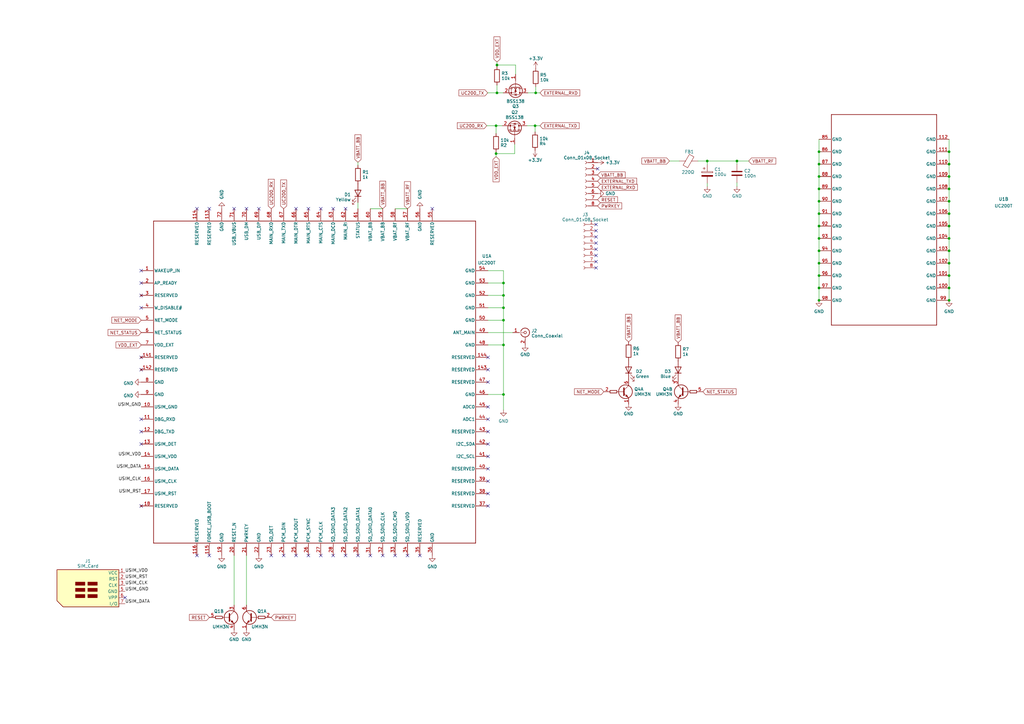
<source format=kicad_sch>
(kicad_sch (version 20250114) (generator "eeschema") (generator_version "9.0")
  (paper "A3")
  (title_block (title "Cellular Module UC200") (date "2023-06-29") (rev "V3.0"))
  (lib_symbols
    (symbol "Connector:Conn_01x08_Socket" (pin_names (offset 1.016) (hide yes))
      (property "Reference" "J" (at 0 10.16 0))
      (property "Value" "Conn_01x08_Socket" (at 0 -12.7 0))
      (symbol "Conn_01x08_Socket_1_1"
        (polyline (pts (xy -1.27 7.62) (xy -0.508 7.62)) (stroke (width 0.1524)))
        (polyline (pts (xy -1.27 5.08) (xy -0.508 5.08)) (stroke (width 0.1524)))
        (polyline (pts (xy -1.27 2.54) (xy -0.508 2.54)) (stroke (width 0.1524)))
        (polyline (pts (xy -1.27 0) (xy -0.508 0)) (stroke (width 0.1524)))
        (polyline (pts (xy -1.27 -2.54) (xy -0.508 -2.54)) (stroke (width 0.1524)))
        (polyline (pts (xy -1.27 -5.08) (xy -0.508 -5.08)) (stroke (width 0.1524)))
        (polyline (pts (xy -1.27 -7.62) (xy -0.508 -7.62)) (stroke (width 0.1524)))
        (polyline (pts (xy -1.27 -10.16) (xy -0.508 -10.16)) (stroke (width 0.1524)))
        (arc (start 0 7.112) (mid -0.5058 7.62) (end 0 8.128) (stroke (width 0.1524)))
        (arc (start 0 4.572) (mid -0.5058 5.08) (end 0 5.588) (stroke (width 0.1524)))
        (arc (start 0 2.032) (mid -0.5058 2.54) (end 0 3.048) (stroke (width 0.1524)))
        (arc (start 0 -0.508) (mid -0.5058 0) (end 0 0.508) (stroke (width 0.1524)))
        (arc (start 0 -3.048) (mid -0.5058 -2.54) (end 0 -2.032) (stroke (width 0.1524)))
        (arc (start 0 -5.588) (mid -0.5058 -5.08) (end 0 -4.572) (stroke (width 0.1524)))
        (arc (start 0 -8.128) (mid -0.5058 -7.62) (end 0 -7.112) (stroke (width 0.1524)))
        (arc (start 0 -10.668) (mid -0.5058 -10.16) (end 0 -9.652) (stroke (width 0.1524)))
        (pin passive line (at -5.08 7.62 0) (length 3.81) (name "Pin_1") (number "1"))
        (pin passive line (at -5.08 5.08 0) (length 3.81) (name "Pin_2") (number "2"))
        (pin passive line (at -5.08 2.54 0) (length 3.81) (name "Pin_3") (number "3"))
        (pin passive line (at -5.08 0 0) (length 3.81) (name "Pin_4") (number "4"))
        (pin passive line (at -5.08 -2.54 0) (length 3.81) (name "Pin_5") (number "5"))
        (pin passive line (at -5.08 -5.08 0) (length 3.81) (name "Pin_6") (number "6"))
        (pin passive line (at -5.08 -7.62 0) (length 3.81) (name "Pin_7") (number "7"))
        (pin passive line (at -5.08 -10.16 0) (length 3.81) (name "Pin_8") (number "8"))
      )
    )
    (symbol "Connector:Conn_Coaxial" (pin_names (offset 1.016) (hide yes))
      (property "Reference" "J" (at 0.254 3.048 0))
      (property "Value" "Conn_Coaxial" (at 2.921 0 90))
      (symbol "Conn_Coaxial_0_1"
        (polyline (pts (xy -2.54 0) (xy -0.508 0)))
        (arc (start 1.778 0) (mid 0.222 -1.8079) (end -1.778 -0.508) (stroke (width 0.254)))
        (arc (start -1.778 0.508) (mid 0.2221 1.8084) (end 1.778 0) (stroke (width 0.254)))
        (circle (center 0 0) (radius 0.508) (stroke (width 0.2032)))
        (polyline (pts (xy 0 -2.54) (xy 0 -1.778)))
      )
      (symbol "Conn_Coaxial_1_1"
        (pin passive line (at -5.08 0 0) (length 2.54) (name "In") (number "1"))
        (pin passive line (at 0 -5.08 90) (length 2.54) (name "Ext") (number "2"))
      )
    )
    (symbol "Connector:SIM_Card"
      (property "Reference" "J" (at -2.54 12.7 0))
      (property "Value" "SIM_Card" (at -1.27 10.16 0))
      (symbol "SIM_Card_0_1"
        (polyline (pts (xy -10.16 8.89) (xy 15.24 8.89) (xy 15.24 -3.81) (xy 12.7 -6.35) (xy -10.16 -6.35) (xy -10.16 8.89)) (stroke (width 0.254)) (fill (type background)))
        (rectangle (start -1.27 2.54) (end 2.54 3.81) (stroke (width 0.254)) (fill (type outline)))
        (rectangle (start -1.27 0) (end 2.54 1.27) (stroke (width 0.254)) (fill (type outline)))
        (rectangle (start -1.27 -2.54) (end 2.54 -1.27) (stroke (width 0.254)) (fill (type outline)))
        (rectangle (start 3.81 2.54) (end 7.62 3.81) (stroke (width 0.254)) (fill (type outline)))
        (rectangle (start 3.81 0) (end 7.62 1.27) (stroke (width 0.254)) (fill (type outline)))
        (rectangle (start 3.81 -1.27) (end 7.62 -2.54) (stroke (width 0.254)) (fill (type outline)))
      )
      (symbol "SIM_Card_1_1"
        (pin power_in line (at -12.7 7.62 0) (length 2.54) (name "VCC") (number "1"))
        (pin input line (at -12.7 5.08 0) (length 2.54) (name "RST") (number "2"))
        (pin input line (at -12.7 2.54 0) (length 2.54) (name "CLK") (number "3"))
        (pin power_in line (at -12.7 0 0) (length 2.54) (name "GND") (number "5"))
        (pin input line (at -12.7 -2.54 0) (length 2.54) (name "VPP") (number "6"))
        (pin bidirectional line (at -12.7 -5.08 0) (length 2.54) (name "I/O") (number "7"))
      )
    )
    (symbol "Device:C" (pin_numbers (hide yes)) (pin_names (offset 0.254))
      (property "Reference" "C" (at 0.635 2.54 0))
      (property "Value" "C" (at 0.635 -2.54 0))
      (symbol "C_0_1"
        (polyline (pts (xy -2.032 0.762) (xy 2.032 0.762)) (stroke (width 0.508)))
        (polyline (pts (xy -2.032 -0.762) (xy 2.032 -0.762)) (stroke (width 0.508)))
      )
      (symbol "C_1_1"
        (pin passive line (at 0 3.81 270) (length 2.794) (name "~") (number "1"))
        (pin passive line (at 0 -3.81 90) (length 2.794) (name "~") (number "2"))
      )
    )
    (symbol "Device:C_Polarized" (pin_numbers (hide yes)) (pin_names (offset 0.254))
      (property "Reference" "C" (at 0.635 2.54 0))
      (property "Value" "C_Polarized" (at 0.635 -2.54 0))
      (symbol "C_Polarized_0_1"
        (rectangle (start -2.286 0.508) (end 2.286 1.016))
        (polyline (pts (xy -1.778 2.286) (xy -0.762 2.286)))
        (polyline (pts (xy -1.27 2.794) (xy -1.27 1.778)))
        (rectangle (start 2.286 -0.508) (end -2.286 -1.016) (fill (type outline)))
      )
      (symbol "C_Polarized_1_1"
        (pin passive line (at 0 3.81 270) (length 2.794) (name "~") (number "1"))
        (pin passive line (at 0 -3.81 90) (length 2.794) (name "~") (number "2"))
      )
    )
    (symbol "Device:FerriteBead" (pin_numbers (hide yes)) (pin_names (offset 0))
      (property "Reference" "FB" (at -3.81 0.635 90))
      (property "Value" "FerriteBead" (at 3.81 0 90))
      (symbol "FerriteBead_0_1"
        (polyline (pts (xy -2.7686 0.4064) (xy -1.7018 2.2606) (xy 2.7686 -0.3048) (xy 1.6764 -2.159) (xy -2.7686 0.4064)))
        (polyline (pts (xy 0 1.27) (xy 0 1.2954)))
        (polyline (pts (xy 0 -1.27) (xy 0 -1.2192)))
      )
      (symbol "FerriteBead_1_1"
        (pin passive line (at 0 3.81 270) (length 2.54) (name "~") (number "1"))
        (pin passive line (at 0 -3.81 90) (length 2.54) (name "~") (number "2"))
      )
    )
    (symbol "Device:LED" (pin_numbers (hide yes)) (pin_names (offset 1.016) (hide yes))
      (property "Reference" "D" (at 0 2.54 0))
      (property "Value" "LED" (at 0 -2.54 0))
      (symbol "LED_0_1"
        (polyline (pts (xy -3.048 -0.762) (xy -4.572 -2.286) (xy -3.81 -2.286) (xy -4.572 -2.286) (xy -4.572 -1.524)))
        (polyline (pts (xy -1.778 -0.762) (xy -3.302 -2.286) (xy -2.54 -2.286) (xy -3.302 -2.286) (xy -3.302 -1.524)))
        (polyline (pts (xy -1.27 0) (xy 1.27 0)))
        (polyline (pts (xy -1.27 -1.27) (xy -1.27 1.27)) (stroke (width 0.254)))
        (polyline (pts (xy 1.27 -1.27) (xy 1.27 1.27) (xy -1.27 0) (xy 1.27 -1.27)) (stroke (width 0.254)))
      )
      (symbol "LED_1_1"
        (pin passive line (at -3.81 0 0) (length 2.54) (name "K") (number "1"))
        (pin passive line (at 3.81 0 180) (length 2.54) (name "A") (number "2"))
      )
    )
    (symbol "Device:R" (pin_numbers (hide yes)) (pin_names (offset 0))
      (property "Reference" "R" (at 2.032 0 90))
      (property "Value" "R" (at 0 0 90))
      (symbol "R_0_1"
        (rectangle (start -1.016 -2.54) (end 1.016 2.54) (stroke (width 0.254)))
      )
      (symbol "R_1_1"
        (pin passive line (at 0 3.81 270) (length 1.27) (name "~") (number "1"))
        (pin passive line (at 0 -3.81 90) (length 1.27) (name "~") (number "2"))
      )
    )
    (symbol "Smart Farm Library:UC200T"
      (property "Reference" "U?" (at -64.77 68.58 0))
      (property "Value" "UC200T" (at 62.23 -68.58 0))
      (symbol "UC200T_1_0"
        (polyline (pts (xy -66.04 66.04) (xy -66.04 -66.04)) (stroke (width 0.254)))
        (polyline (pts (xy -66.04 -66.04) (xy 66.04 -66.04)) (stroke (width 0.254)))
        (polyline (pts (xy 66.04 66.04) (xy -66.04 66.04)) (stroke (width 0.254)))
        (polyline (pts (xy 66.04 -66.04) (xy 66.04 66.04)) (stroke (width 0.254)))
        (pin input line (at -71.12 45.72 0) (length 4.826) (name "WAKEUP_IN") (number "1"))
        (pin output line (at -71.12 40.64 0) (length 4.826) (name "AP_READY") (number "2"))
        (pin no_connect line (at -71.12 35.56 0) (length 4.826) (name "RESERVED") (number "3"))
        (pin passive line (at -71.12 30.48 0) (length 4.826) (name "W_DISABLE#") (number "4"))
        (pin output line (at -71.12 25.4 0) (length 4.826) (name "NET_MODE") (number "5"))
        (pin output line (at -71.12 20.32 0) (length 4.826) (name "NET_STATUS") (number "6"))
        (pin power_out line (at -71.12 15.24 0) (length 4.826) (name "VDD_EXT") (number "7"))
        (pin no_connect line (at -71.12 10.16 0) (length 4.826) (name "RESERVED") (number "141"))
        (pin no_connect line (at -71.12 5.08 0) (length 4.826) (name "RESERVED") (number "142"))
        (pin power_in line (at -71.12 0 0) (length 4.826) (name "GND") (number "8"))
        (pin power_in line (at -71.12 -5.08 0) (length 4.826) (name "GND") (number "9"))
        (pin power_out line (at -71.12 -10.16 0) (length 4.826) (name "USIM_GND") (number "10"))
        (pin input line (at -71.12 -15.24 0) (length 4.826) (name "DBG_RXD") (number "11"))
        (pin output line (at -71.12 -20.32 0) (length 4.826) (name "DBG_TXD") (number "12"))
        (pin passive line (at -71.12 -25.4 0) (length 4.826) (name "USIM_DET") (number "13"))
        (pin power_out line (at -71.12 -30.48 0) (length 4.826) (name "USIM_VDD") (number "14"))
        (pin passive line (at -71.12 -35.56 0) (length 4.826) (name "USIM_DATA") (number "15"))
        (pin passive line (at -71.12 -40.64 0) (length 4.826) (name "USIM_CLK") (number "16"))
        (pin passive line (at -71.12 -45.72 0) (length 4.826) (name "USIM_RST") (number "17"))
        (pin no_connect line (at -71.12 -50.8 0) (length 4.826) (name "RESERVED") (number "18"))
        (pin passive line (at -48.26 71.12 270) (length 4.826) (name "RESERVED") (number "114"))
        (pin passive line (at -48.26 -71.12 90) (length 4.826) (name "RESERVED") (number "116"))
        (pin passive line (at -43.18 71.12 270) (length 4.826) (name "RESERVED") (number "113"))
        (pin passive line (at -43.18 -71.12 90) (length 4.826) (name "FORCE_USB_BOOT") (number "115"))
        (pin passive line (at -38.1 71.12 270) (length 4.826) (name "GND") (number "72"))
        (pin power_in line (at -38.1 -71.12 90) (length 4.826) (name "GND") (number "19"))
        (pin passive line (at -33.02 71.12 270) (length 4.826) (name "USB_VBUS") (number "71"))
        (pin passive line (at -33.02 -71.12 90) (length 4.826) (name "RESET_N") (number "20"))
        (pin passive line (at -27.94 71.12 270) (length 4.826) (name "USB_DM") (number "70"))
        (pin passive line (at -27.94 -71.12 90) (length 4.826) (name "PWRKEY") (number "21"))
        (pin passive line (at -22.86 71.12 270) (length 4.826) (name "USB_DP") (number "69"))
        (pin power_in line (at -22.86 -71.12 90) (length 4.826) (name "GND") (number "22"))
        (pin passive line (at -17.78 71.12 270) (length 4.826) (name "MAIN_RXD") (number "68"))
        (pin passive line (at -17.78 -71.12 90) (length 4.826) (name "SD_DET") (number "23"))
        (pin passive line (at -12.7 71.12 270) (length 4.826) (name "MAIN_TXD") (number "67"))
        (pin passive line (at -12.7 -71.12 90) (length 4.826) (name "PCM_DIN") (number "24"))
        (pin passive line (at -7.62 71.12 270) (length 4.826) (name "MAIN_DTR") (number "66"))
        (pin passive line (at -7.62 -71.12 90) (length 4.826) (name "PCM_DOUT") (number "25"))
        (pin passive line (at -2.54 71.12 270) (length 4.826) (name "MAIN_RTS") (number "65"))
        (pin passive line (at -2.54 -71.12 90) (length 4.826) (name "PCM_SYNC") (number "26"))
        (pin passive line (at 2.54 71.12 270) (length 4.826) (name "MAIN_CTS") (number "64"))
        (pin passive line (at 2.54 -71.12 90) (length 4.826) (name "PCM_CLK") (number "27"))
        (pin passive line (at 7.62 71.12 270) (length 4.826) (name "MAIN_DCD") (number "63"))
        (pin passive line (at 7.62 -71.12 90) (length 4.826) (name "SD_SDIO_DATA3") (number "28"))
        (pin passive line (at 12.7 71.12 270) (length 4.826) (name "MAIN_RI") (number "62"))
        (pin passive line (at 12.7 -71.12 90) (length 4.826) (name "SD_SDIO_DATA2") (number "29"))
        (pin passive line (at 17.78 71.12 270) (length 4.826) (name "STATUS") (number "61"))
        (pin passive line (at 17.78 -71.12 90) (length 4.826) (name "SD_SDIO_DATA1") (number "30"))
        (pin passive line (at 22.86 71.12 270) (length 4.826) (name "VBAT_BB") (number "60"))
        (pin passive line (at 22.86 -71.12 90) (length 4.826) (name "SD_SDIO_DATA0") (number "31"))
        (pin passive line (at 27.94 71.12 270) (length 4.826) (name "VBAT_BB") (number "59"))
        (pin passive line (at 27.94 -71.12 90) (length 4.826) (name "SD_SDIO_CLK") (number "32"))
        (pin passive line (at 33.02 71.12 270) (length 4.826) (name "VBAT_RF") (number "58"))
        (pin passive line (at 33.02 -71.12 90) (length 4.826) (name "SD_SDIO_CMD") (number "33"))
        (pin passive line (at 38.1 71.12 270) (length 4.826) (name "VBAT_RF") (number "57"))
        (pin passive line (at 38.1 -71.12 90) (length 4.826) (name "SD_SDIO_VDD") (number "34"))
        (pin passive line (at 43.18 71.12 270) (length 4.826) (name "GND") (number "56"))
        (pin passive line (at 43.18 -71.12 90) (length 4.826) (name "RESERVED") (number "35"))
        (pin passive line (at 48.26 71.12 270) (length 4.826) (name "RESERVED") (number "55"))
        (pin power_in line (at 48.26 -71.12 90) (length 4.826) (name "GND") (number "36"))
        (pin power_in line (at 71.12 45.72 180) (length 4.826) (name "GND") (number "54"))
        (pin power_in line (at 71.12 40.64 180) (length 4.826) (name "GND") (number "53"))
        (pin power_in line (at 71.12 35.56 180) (length 4.826) (name "GND") (number "52"))
        (pin unspecified line (at 71.12 30.48 180) (length 4.826) (name "GND") (number "51"))
        (pin power_in line (at 71.12 25.4 180) (length 4.826) (name "GND") (number "50"))
        (pin passive line (at 71.12 20.32 180) (length 4.826) (name "ANT_MAIN") (number "49"))
        (pin power_in line (at 71.12 15.24 180) (length 4.826) (name "GND") (number "48"))
        (pin passive line (at 71.12 10.16 180) (length 4.826) (name "RESERVED") (number "144"))
        (pin passive line (at 71.12 5.08 180) (length 4.826) (name "RESERVED") (number "143"))
        (pin passive line (at 71.12 0 180) (length 4.826) (name "RESERVED") (number "47"))
        (pin passive line (at 71.12 -5.08 180) (length 4.826) (name "GND") (number "46"))
        (pin passive line (at 71.12 -10.16 180) (length 4.826) (name "ADC0") (number "45"))
        (pin passive line (at 71.12 -15.24 180) (length 4.826) (name "ADC1") (number "44"))
        (pin passive line (at 71.12 -20.32 180) (length 4.826) (name "RESERVED") (number "43"))
        (pin passive line (at 71.12 -25.4 180) (length 4.826) (name "I2C_SDA") (number "42"))
        (pin passive line (at 71.12 -30.48 180) (length 4.826) (name "I2C_SCL") (number "41"))
        (pin passive line (at 71.12 -35.56 180) (length 4.826) (name "RESERVED") (number "40"))
        (pin passive line (at 71.12 -40.64 180) (length 4.826) (name "RESERVED") (number "39"))
        (pin passive line (at 71.12 -45.72 180) (length 4.826) (name "RESERVED") (number "38"))
        (pin passive line (at 71.12 -50.8 180) (length 4.826) (name "RESERVED") (number "37"))
      )
      (symbol "UC200T_2_0"
        (polyline (pts (xy 0 86.36) (xy 0 0)) (stroke (width 0.254)))
        (polyline (pts (xy 0 0) (xy 43.18 0)) (stroke (width 0.254)))
        (polyline (pts (xy 43.18 86.36) (xy 0 86.36)) (stroke (width 0.254)))
        (polyline (pts (xy 43.18 0) (xy 43.18 86.36)) (stroke (width 0.254)))
        (pin passive line (at -5.08 76.2 0) (length 4.826) (name "GND") (number "85"))
        (pin passive line (at -5.08 71.12 0) (length 4.826) (name "GND") (number "86"))
        (pin passive line (at -5.08 66.04 0) (length 4.826) (name "GND") (number "87"))
        (pin passive line (at -5.08 60.96 0) (length 4.826) (name "GND") (number "88"))
        (pin passive line (at -5.08 55.88 0) (length 4.826) (name "GND") (number "89"))
        (pin passive line (at -5.08 50.8 0) (length 4.826) (name "GND") (number "90"))
        (pin passive line (at -5.08 45.72 0) (length 4.826) (name "GND") (number "91"))
        (pin passive line (at -5.08 40.64 0) (length 4.826) (name "GND") (number "92"))
        (pin passive line (at -5.08 35.56 0) (length 4.826) (name "GND") (number "93"))
        (pin passive line (at -5.08 30.48 0) (length 4.826) (name "GND") (number "94"))
        (pin passive line (at -5.08 25.4 0) (length 4.826) (name "GND") (number "95"))
        (pin passive line (at -5.08 20.32 0) (length 4.826) (name "GND") (number "96"))
        (pin passive line (at -5.08 15.24 0) (length 4.826) (name "GND") (number "97"))
        (pin passive line (at -5.08 10.16 0) (length 4.826) (name "GND") (number "98"))
        (pin passive line (at 48.26 76.2 180) (length 4.826) (name "GND") (number "112"))
        (pin passive line (at 48.26 71.12 180) (length 4.826) (name "GND") (number "111"))
        (pin passive line (at 48.26 66.04 180) (length 4.826) (name "GND") (number "110"))
        (pin passive line (at 48.26 60.96 180) (length 4.826) (name "GND") (number "109"))
        (pin passive line (at 48.26 55.88 180) (length 4.826) (name "GND") (number "108"))
        (pin passive line (at 48.26 50.8 180) (length 4.826) (name "GND") (number "107"))
        (pin passive line (at 48.26 45.72 180) (length 4.826) (name "GND") (number "106"))
        (pin passive line (at 48.26 40.64 180) (length 4.826) (name "GND") (number "105"))
        (pin passive line (at 48.26 35.56 180) (length 4.826) (name "GND") (number "104"))
        (pin passive line (at 48.26 30.48 180) (length 4.826) (name "GND") (number "103"))
        (pin passive line (at 48.26 25.4 180) (length 4.826) (name "GND") (number "102"))
        (pin passive line (at 48.26 20.32 180) (length 4.826) (name "GND") (number "101"))
        (pin passive line (at 48.26 15.24 180) (length 4.826) (name "GND") (number "100"))
        (pin passive line (at 48.26 10.16 180) (length 4.826) (name "GND") (number "99"))
      )
    )
    (symbol "Transistor_BJT:UMH3N" (pin_names (hide yes))
      (property "Reference" "Q" (at 7.62 1.27 0))
      (property "Value" "UMH3N" (at 7.62 -1.27 0))
      (symbol "UMH3N_0_1"
        (rectangle (start 0.254 0.508) (end -2.54 -0.508) (stroke (width 0.254)))
        (polyline (pts (xy 3.175 1.524) (xy 3.175 -1.524)) (stroke (width 0.508)))
        (polyline (pts (xy 3.175 0.635) (xy 5.08 2.54)))
        (polyline (pts (xy 3.175 0) (xy 0.254 0)))
        (polyline (pts (xy 3.175 -0.635) (xy 5.08 -2.54) (xy 5.08 -2.54)))
        (circle (center 3.81 0) (radius 2.8194) (stroke (width 0.254)))
        (polyline (pts (xy 3.81 -1.778) (xy 4.318 -1.27) (xy 4.826 -2.286) (xy 3.81 -1.778) (xy 3.81 -1.778)) (fill (type outline)))
      )
      (symbol "UMH3N_1_1"
        (pin input line (at -5.08 0 0) (length 2.54) (name "B1") (number "2"))
        (pin passive line (at 5.08 5.08 270) (length 2.54) (name "C1") (number "6"))
        (pin passive line (at 5.08 -5.08 90) (length 2.54) (name "E1") (number "1"))
      )
      (symbol "UMH3N_2_1"
        (pin input line (at -5.08 0 0) (length 2.54) (name "B2") (number "5"))
        (pin passive line (at 5.08 5.08 270) (length 2.54) (name "C2") (number "3"))
        (pin passive line (at 5.08 -5.08 90) (length 2.54) (name "E2") (number "4"))
      )
    )
    (symbol "Transistor_FET:BSS138" (pin_names (hide yes))
      (property "Reference" "Q" (at 5.08 1.905 0))
      (property "Value" "BSS138" (at 5.08 0 0))
      (symbol "BSS138_0_1"
        (polyline (pts (xy 0.254 1.905) (xy 0.254 -1.905)) (stroke (width 0.254)))
        (polyline (pts (xy 0.254 0) (xy -2.54 0)))
        (polyline (pts (xy 0.762 2.286) (xy 0.762 1.27)) (stroke (width 0.254)))
        (polyline (pts (xy 0.762 0.508) (xy 0.762 -0.508)) (stroke (width 0.254)))
        (polyline (pts (xy 0.762 -1.27) (xy 0.762 -2.286)) (stroke (width 0.254)))
        (polyline (pts (xy 0.762 -1.778) (xy 3.302 -1.778) (xy 3.302 1.778) (xy 0.762 1.778)))
        (polyline (pts (xy 1.016 0) (xy 2.032 0.381) (xy 2.032 -0.381) (xy 1.016 0)) (fill (type outline)))
        (circle (center 1.651 0) (radius 2.794) (stroke (width 0.254)))
        (polyline (pts (xy 2.54 2.54) (xy 2.54 1.778)))
        (circle (center 2.54 1.778) (radius 0.254) (fill (type outline)))
        (circle (center 2.54 -1.778) (radius 0.254) (fill (type outline)))
        (polyline (pts (xy 2.54 -2.54) (xy 2.54 0) (xy 0.762 0)))
        (polyline (pts (xy 2.794 0.508) (xy 2.921 0.381) (xy 3.683 0.381) (xy 3.81 0.254)))
        (polyline (pts (xy 3.302 0.381) (xy 2.921 -0.254) (xy 3.683 -0.254) (xy 3.302 0.381)))
      )
      (symbol "BSS138_1_1"
        (pin input line (at -5.08 0 0) (length 2.54) (name "G") (number "1"))
        (pin passive line (at 2.54 5.08 270) (length 2.54) (name "D") (number "3"))
        (pin passive line (at 2.54 -5.08 90) (length 2.54) (name "S") (number "2"))
      )
    )
    (symbol "power:+3.3V" (power) (pin_names (offset 0))
      (property "Value" "+3.3V" (at 0 3.556 0))
      (symbol "+3.3V_0_1"
        (polyline (pts (xy -0.762 1.27) (xy 0 2.54)))
        (polyline (pts (xy 0 2.54) (xy 0.762 1.27)))
        (polyline (pts (xy 0 0) (xy 0 2.54)))
      )
      (symbol "+3.3V_1_1"
        (pin power_in line (at 0 0 90) (length 0) (hide yes) (name "+3.3V") (number "1"))
      )
    )
    (symbol "power:GND" (power) (pin_names (offset 0))
      (property "Value" "GND" (at 0 -3.81 0))
      (symbol "GND_0_1"
        (polyline (pts (xy 0 0) (xy 0 -1.27) (xy 1.27 -1.27) (xy 0 -2.54) (xy -1.27 -1.27) (xy 0 -1.27)))
      )
      (symbol "GND_1_1"
        (pin power_in line (at 0 0 270) (length 0) (hide yes) (name "GND") (number "1"))
      )
    )
  )
  (junction (at 335.915 123.19))
  (junction (at 335.915 113.03))
  (junction (at 290.068 66.04))
  (junction (at 335.915 82.55))
  (junction (at 389.255 118.11))
  (junction (at 335.915 87.63))
  (junction (at 203.454 62.992))
  (junction (at 389.255 92.71))
  (junction (at 335.915 102.87))
  (junction (at 335.915 118.11))
  (junction (at 206.502 121.158))
  (junction (at 206.502 161.798))
  (junction (at 219.71 38.1))
  (junction (at 335.915 72.39))
  (junction (at 203.835 38.1))
  (junction (at 389.255 72.39))
  (junction (at 206.502 141.478))
  (junction (at 389.255 107.95))
  (junction (at 335.915 107.95))
  (junction (at 389.255 123.19))
  (junction (at 335.915 67.31))
  (junction (at 302.26 66.04))
  (junction (at 206.502 116.078))
  (junction (at 389.255 67.31))
  (junction (at 389.255 97.79))
  (junction (at 335.915 77.47))
  (junction (at 206.502 131.318))
  (junction (at 206.502 126.238))
  (junction (at 203.454 51.562))
  (junction (at 389.255 62.23))
  (junction (at 389.255 102.87))
  (junction (at 219.456 51.562))
  (junction (at 389.255 77.47))
  (junction (at 389.255 113.03))
  (junction (at 389.255 87.63))
  (junction (at 335.915 97.79))
  (junction (at 389.255 82.55))
  (junction (at 203.835 26.67))
  (junction (at 335.915 92.71))
  (junction (at 335.915 62.23))
  (no_connect (at 244.475 107.315))
  (no_connect (at 57.912 126.238))
  (no_connect (at 57.912 151.638))
  (no_connect (at 244.475 97.155))
  (no_connect (at 57.912 182.118))
  (no_connect (at 245.11 69.215))
  (no_connect (at 200.152 187.198))
  (no_connect (at 244.475 104.775))
  (no_connect (at 244.475 92.075))
  (no_connect (at 51.308 245.11))
  (no_connect (at 131.572 227.838))
  (no_connect (at 126.492 227.838))
  (no_connect (at 121.412 227.838))
  (no_connect (at 116.332 227.838))
  (no_connect (at 136.652 227.838))
  (no_connect (at 111.252 227.838))
  (no_connect (at 141.732 227.838))
  (no_connect (at 172.212 227.838))
  (no_connect (at 162.052 227.838))
  (no_connect (at 167.132 227.838))
  (no_connect (at 146.812 227.838))
  (no_connect (at 156.972 227.838))
  (no_connect (at 151.892 227.838))
  (no_connect (at 131.572 85.598))
  (no_connect (at 126.492 85.598))
  (no_connect (at 200.152 197.358))
  (no_connect (at 200.152 202.438))
  (no_connect (at 200.152 207.518))
  (no_connect (at 121.412 85.598))
  (no_connect (at 244.475 99.695))
  (no_connect (at 177.292 85.598))
  (no_connect (at 57.912 171.958))
  (no_connect (at 244.475 94.615))
  (no_connect (at 57.912 207.518))
  (no_connect (at 57.912 110.998))
  (no_connect (at 85.852 85.598))
  (no_connect (at 96.012 85.598))
  (no_connect (at 101.092 85.598))
  (no_connect (at 106.172 85.598))
  (no_connect (at 57.912 146.558))
  (no_connect (at 244.475 109.855))
  (no_connect (at 141.732 85.598))
  (no_connect (at 200.152 146.558))
  (no_connect (at 200.152 171.958))
  (no_connect (at 200.152 151.638))
  (no_connect (at 200.152 166.878))
  (no_connect (at 200.152 177.038))
  (no_connect (at 200.152 156.718))
  (no_connect (at 200.152 182.118))
  (no_connect (at 200.152 192.278))
  (no_connect (at 80.772 85.598))
  (no_connect (at 136.652 85.598))
  (no_connect (at 57.912 121.158))
  (no_connect (at 57.912 177.038))
  (no_connect (at 244.475 102.235))
  (no_connect (at 57.912 116.078))
  (no_connect (at 80.772 227.838))
  (no_connect (at 85.852 227.838))
  (wire (pts (xy 335.915 97.79) (xy 335.915 102.87)))
  (wire (pts (xy 203.454 51.562) (xy 205.994 51.562)))
  (wire (pts (xy 335.915 102.87) (xy 335.915 107.95)))
  (wire (pts (xy 290.068 66.04) (xy 302.26 66.04)))
  (wire (pts (xy 203.454 64.262) (xy 203.454 62.992)))
  (wire (pts (xy 146.812 83.058) (xy 146.812 85.598)))
  (wire (pts (xy 211.455 26.67) (xy 203.835 26.67)))
  (wire (pts (xy 203.835 38.1) (xy 206.375 38.1)))
  (wire (pts (xy 200.152 141.478) (xy 206.502 141.478)))
  (wire (pts (xy 200.152 161.798) (xy 206.502 161.798)))
  (wire (pts (xy 221.488 51.562) (xy 219.456 51.562)))
  (wire (pts (xy 302.26 66.04) (xy 307.086 66.04)))
  (wire (pts (xy 216.535 38.1) (xy 219.71 38.1)))
  (wire (pts (xy 206.502 141.478) (xy 206.502 161.798)))
  (wire (pts (xy 200.152 131.318) (xy 206.502 131.318)))
  (wire (pts (xy 335.915 113.03) (xy 335.915 118.11)))
  (wire (pts (xy 206.502 116.078) (xy 206.502 110.998)))
  (wire (pts (xy 199.644 51.562) (xy 203.454 51.562)))
  (wire (pts (xy 206.502 161.798) (xy 206.502 168.148)))
  (wire (pts (xy 389.255 82.55) (xy 389.255 87.63)))
  (wire (pts (xy 335.915 77.47) (xy 335.915 82.55)))
  (wire (pts (xy 335.915 82.55) (xy 335.915 87.63)))
  (wire (pts (xy 278.638 66.04) (xy 274.574 66.04)))
  (wire (pts (xy 335.915 118.11) (xy 335.915 123.19)))
  (wire (pts (xy 302.26 74.93) (xy 302.26 76.454)))
  (wire (pts (xy 389.255 92.71) (xy 389.255 97.79)))
  (wire (pts (xy 389.255 57.15) (xy 389.255 62.23)))
  (wire (pts (xy 206.502 141.478) (xy 206.502 131.318)))
  (wire (pts (xy 335.915 87.63) (xy 335.915 92.71)))
  (wire (pts (xy 335.915 72.39) (xy 335.915 77.47)))
  (wire (pts (xy 335.915 57.15) (xy 335.915 62.23)))
  (wire (pts (xy 219.456 51.562) (xy 219.456 54.102)))
  (wire (pts (xy 278.13 148.082) (xy 278.13 147.955)))
  (wire (pts (xy 211.074 62.992) (xy 203.454 62.992)))
  (wire (pts (xy 200.152 116.078) (xy 206.502 116.078)))
  (wire (pts (xy 302.26 66.04) (xy 302.26 67.31)))
  (wire (pts (xy 389.255 118.11) (xy 389.255 123.19)))
  (wire (pts (xy 162.052 85.598) (xy 167.132 85.598)))
  (wire (pts (xy 335.915 67.31) (xy 335.915 72.39)))
  (wire (pts (xy 389.255 97.79) (xy 389.255 102.87)))
  (wire (pts (xy 203.835 25.4) (xy 203.835 26.67)))
  (wire (pts (xy 200.152 126.238) (xy 206.502 126.238)))
  (wire (pts (xy 200.152 136.398) (xy 210.312 136.398)))
  (wire (pts (xy 290.068 75.184) (xy 290.068 76.454)))
  (wire (pts (xy 257.81 147.828) (xy 257.81 147.955)))
  (wire (pts (xy 96.012 248.158) (xy 96.012 227.838)))
  (wire (pts (xy 335.915 107.95) (xy 335.915 113.03)))
  (wire (pts (xy 101.092 248.158) (xy 101.092 227.838)))
  (wire (pts (xy 389.255 87.63) (xy 389.255 92.71)))
  (wire (pts (xy 203.835 34.925) (xy 203.835 38.1)))
  (wire (pts (xy 206.502 121.158) (xy 206.502 116.078)))
  (wire (pts (xy 335.915 62.23) (xy 335.915 67.31)))
  (wire (pts (xy 200.025 38.1) (xy 203.835 38.1)))
  (wire (pts (xy 290.068 66.04) (xy 290.068 67.564)))
  (wire (pts (xy 286.258 66.04) (xy 290.068 66.04)))
  (wire (pts (xy 200.152 121.158) (xy 206.502 121.158)))
  (wire (pts (xy 211.455 30.48) (xy 211.455 26.67)))
  (wire (pts (xy 219.71 38.1) (xy 219.71 35.56)))
  (wire (pts (xy 203.454 62.992) (xy 203.454 62.357)))
  (wire (pts (xy 389.255 102.87) (xy 389.255 107.95)))
  (wire (pts (xy 389.255 67.31) (xy 389.255 72.39)))
  (wire (pts (xy 211.074 59.182) (xy 211.074 62.992)))
  (wire (pts (xy 206.502 131.318) (xy 206.502 126.238)))
  (wire (pts (xy 219.71 38.1) (xy 221.488 38.1)))
  (wire (pts (xy 389.255 113.03) (xy 389.255 118.11)))
  (wire (pts (xy 389.255 62.23) (xy 389.255 67.31)))
  (wire (pts (xy 203.454 54.737) (xy 203.454 51.562)))
  (wire (pts (xy 389.255 72.39) (xy 389.255 77.47)))
  (wire (pts (xy 146.812 66.548) (xy 146.812 67.818)))
  (wire (pts (xy 335.915 92.71) (xy 335.915 97.79)))
  (wire (pts (xy 389.255 107.95) (xy 389.255 113.03)))
  (wire (pts (xy 203.835 26.67) (xy 203.835 27.305)))
  (wire (pts (xy 151.892 85.598) (xy 156.972 85.598)))
  (wire (pts (xy 389.255 77.47) (xy 389.255 82.55)))
  (wire (pts (xy 206.502 126.238) (xy 206.502 121.158)))
  (wire (pts (xy 206.502 110.998) (xy 200.152 110.998)))
  (wire (pts (xy 216.154 51.562) (xy 219.456 51.562)))
  (label "USIM_VDD" (at 51.308 234.95 0))
  (label "USIM_DATA" (at 51.308 247.65 0))
  (label "USIM_CLK" (at 57.912 197.358 180))
  (label "USIM_RST" (at 57.912 202.438 180))
  (label "USIM_RST" (at 51.308 237.49 0))
  (label "USIM_GND" (at 51.308 242.57 0))
  (label "USIM_DATA" (at 57.912 192.278 180))
  (label "USIM_GND" (at 57.912 166.878 180))
  (label "USIM_VDD" (at 57.912 187.198 180))
  (label "USIM_CLK" (at 51.308 240.03 0))
  (global_label "VBATT_RF" (shape input) (at 307.086 66.04 0) (property "Intersheetrefs" "${INTERSHEET_REFS}" (effects (hide yes))))
  (global_label "UC200_RX" (shape input) (at 111.252 85.598 90) (property "Intersheetrefs" "${INTERSHEET_REFS}" (effects (hide yes))))
  (global_label "NET_MODE" (shape input) (at 247.65 160.655 180) (property "Intersheetrefs" "${INTERSHEET_REFS}" (effects (hide yes))))
  (global_label "VBATT_BB" (shape input) (at 278.13 140.462 90) (property "Intersheetrefs" "${INTERSHEET_REFS}" (effects (hide yes))))
  (global_label "UC200_TX" (shape input) (at 200.025 38.1 180) (property "Intersheetrefs" "${INTERSHEET_REFS}" (effects (hide yes))))
  (global_label "VBATT_RF" (shape input) (at 167.132 85.598 90) (property "Intersheetrefs" "${INTERSHEET_REFS}" (effects (hide yes))))
  (global_label "VDD_EXT" (shape input) (at 57.912 141.478 180) (property "Intersheetrefs" "${INTERSHEET_REFS}" (effects (hide yes))))
  (global_label "NET_STATUS" (shape input) (at 288.29 160.655 0) (property "Intersheetrefs" "${INTERSHEET_REFS}" (effects (hide yes))))
  (global_label "VDD_EXT" (shape input) (at 203.835 25.4 90) (property "Intersheetrefs" "${INTERSHEET_REFS}" (effects (hide yes))))
  (global_label "EXTERNAL_TXD" (shape input) (at 221.488 51.562 0) (property "Intersheetrefs" "${INTERSHEET_REFS}" (effects (hide yes))))
  (global_label "EXTERNAL_RXD" (shape input) (at 221.488 38.1 0) (property "Intersheetrefs" "${INTERSHEET_REFS}" (effects (hide yes))))
  (global_label "RESET" (shape input) (at 245.11 81.915 0) (property "Intersheetrefs" "${INTERSHEET_REFS}" (effects (hide yes))))
  (global_label "VBATT_BB" (shape input) (at 146.812 66.548 90) (property "Intersheetrefs" "${INTERSHEET_REFS}" (effects (hide yes))))
  (global_label "RESET" (shape input) (at 85.852 253.238 180) (property "Intersheetrefs" "${INTERSHEET_REFS}" (effects (hide yes))))
  (global_label "EXTERNAL_TXD" (shape input) (at 245.11 74.295 0) (property "Intersheetrefs" "${INTERSHEET_REFS}" (effects (hide yes))))
  (global_label "EXTERNAL_RXD" (shape input) (at 245.11 76.835 0) (property "Intersheetrefs" "${INTERSHEET_REFS}" (effects (hide yes))))
  (global_label "NET_STATUS" (shape input) (at 57.912 136.398 180) (property "Intersheetrefs" "${INTERSHEET_REFS}" (effects (hide yes))))
  (global_label "NET_MODE" (shape input) (at 57.912 131.318 180) (property "Intersheetrefs" "${INTERSHEET_REFS}" (effects (hide yes))))
  (global_label "VDD_EXT" (shape input) (at 203.454 64.262 270) (property "Intersheetrefs" "${INTERSHEET_REFS}" (effects (hide yes))))
  (global_label "VBATT_BB" (shape input) (at 257.81 140.208 90) (property "Intersheetrefs" "${INTERSHEET_REFS}" (effects (hide yes))))
  (global_label "UC200_RX" (shape input) (at 199.644 51.562 180) (property "Intersheetrefs" "${INTERSHEET_REFS}" (effects (hide yes))))
  (global_label "VBATT_BB" (shape input) (at 245.11 71.755 0) (property "Intersheetrefs" "${INTERSHEET_REFS}" (effects (hide yes))))
  (global_label "VBATT_BB" (shape input) (at 274.574 66.04 180) (property "Intersheetrefs" "${INTERSHEET_REFS}" (effects (hide yes))))
  (global_label "PWRKEY" (shape input) (at 245.11 84.455 0) (property "Intersheetrefs" "${INTERSHEET_REFS}" (effects (hide yes))))
  (global_label "VBATT_BB" (shape input) (at 156.972 85.598 90) (property "Intersheetrefs" "${INTERSHEET_REFS}" (effects (hide yes))))
  (global_label "PWRKEY" (shape input) (at 111.252 253.238 0) (property "Intersheetrefs" "${INTERSHEET_REFS}" (effects (hide yes))))
  (global_label "UC200_TX" (shape input) (at 116.332 85.598 90) (property "Intersheetrefs" "${INTERSHEET_REFS}" (effects (hide yes))))
  (symbol (lib_id "Device:LED") (at 278.13 151.765 270) (mirror x) (unit 1)
    (property "Reference" "D3" (at 275.209 152.3285 90) (effects (justify right)))
    (property "Value" "Blue" (at 275.209 154.3765 90) (effects (justify right)))
    (property "Footprint" "LED_SMD:LED_0603_1608Metric_Pad1.05x0.95mm_HandSolder" (effects (hide yes)))
  )
  (symbol (lib_id "power:GND") (at 215.392 141.478 0) (unit 1)
    (property "Reference" "#PWR011" (effects (hide yes)))
    (property "Value" "GND" (at 215.392 145.423 0))
  )
  (symbol (lib_id "Connector:SIM_Card") (at 38.608 242.57 0) (mirror y) (unit 1)
    (property "Reference" "J1" (at 36.068 230.1 0))
    (property "Value" "SIM_Card" (at 36.068 232.148 0))
    (property "Footprint" "Smart Farm Library:HOAUC HYC14-SIM07-135B" (effects (hide yes)))
    (property "Datasheet" " ~" (effects (hide yes)))
  )
  (symbol (lib_id "Device:C") (at 302.26 71.12 0) (unit 1)
    (property "Reference" "C2" (at 305.181 70.096 0) (effects (justify left)))
    (property "Value" "100n" (at 305.181 72.144 0) (effects (justify left)))
    (property "Footprint" "Capacitor_SMD:C_0603_1608Metric_Pad1.08x0.95mm_HandSolder" (effects (hide yes)))
  )
  (symbol (lib_id "power:GND") (at 90.932 85.598 180) (unit 1)
    (property "Reference" "#PWR03" (effects (hide yes)))
    (property "Value" "GND" (at 90.932 81.788 90) (effects (justify right)))
  )
  (symbol (lib_id "Device:R") (at 203.835 31.115 0) (unit 1)
    (property "Reference" "R3" (at 205.613 30.091 0) (effects (justify left)))
    (property "Value" "10k" (at 205.613 32.139 0) (effects (justify left)))
    (property "Footprint" "Resistor_SMD:R_0603_1608Metric_Pad0.98x0.95mm_HandSolder" (effects (hide yes)))
  )
  (symbol (lib_id "Device:C_Polarized") (at 290.068 71.374 0) (unit 1)
    (property "Reference" "C1" (at 292.989 69.461 0) (effects (justify left)))
    (property "Value" "100u" (at 292.989 71.509 0) (effects (justify left)))
    (property "Footprint" "Capacitor_SMD:CP_Elec_6.3x5.4" (effects (hide yes)))
  )
  (symbol (lib_id "Connector:Conn_01x08_Socket") (at 240.03 74.295 0) (mirror y) (unit 1)
    (property "Reference" "J4" (at 240.665 62.6378 0))
    (property "Value" "Conn_01x08_Socket" (at 240.665 64.6858 0))
    (property "Footprint" "Connector_PinSocket_2.54mm:PinSocket_1x08_P2.54mm_Vertical" (effects (hide yes)))
  )
  (symbol (lib_id "power:GND") (at 257.81 165.735 0) (unit 1)
    (property "Reference" "#PWR016" (effects (hide yes)))
    (property "Value" "GND" (at 257.81 169.68 0))
  )
  (symbol (lib_id "power:GND") (at 90.932 227.838 0) (unit 1)
    (property "Reference" "#PWR04" (effects (hide yes)))
    (property "Value" "GND" (at 90.932 232.4005 0))
  )
  (symbol (lib_id "Device:R") (at 146.812 71.628 0) (unit 1)
    (property "Reference" "R1" (at 148.59 70.604 0) (effects (justify left)))
    (property "Value" "1k" (at 148.59 72.652 0) (effects (justify left)))
    (property "Footprint" "Resistor_SMD:R_0603_1608Metric_Pad0.98x0.95mm_HandSolder" (effects (hide yes)))
  )
  (symbol (lib_id "power:+3.3V") (at 219.71 27.94 0) (unit 1)
    (property "Reference" "#PWR013" (effects (hide yes)))
    (property "Value" "+3.3V" (at 219.71 23.995 0))
  )
  (symbol (lib_id "power:+3.3V") (at 219.456 61.722 180) (unit 1)
    (property "Reference" "#PWR012" (effects (hide yes)))
    (property "Value" "+3.3V" (at 219.456 65.667 0))
  )
  (symbol (lib_id "Connector:Conn_Coaxial") (at 215.392 136.398 0) (unit 1)
    (property "Reference" "J2" (at 217.9321 135.6672 0) (effects (justify left)))
    (property "Value" "Conn_Coaxial" (at 217.9321 137.7152 0) (effects (justify left)))
    (property "Footprint" "Connector_Coaxial:SMA_Amphenol_901-143_Horizontal" (effects (hide yes)))
    (property "Datasheet" " ~" (effects (hide yes)))
  )
  (symbol (lib_id "power:GND") (at 177.292 227.838 0) (unit 1)
    (property "Reference" "#PWR09" (effects (hide yes)))
    (property "Value" "GND" (at 177.292 232.4005 0))
  )
  (symbol (lib_id "Device:R") (at 257.81 144.018 0) (unit 1)
    (property "Reference" "R6" (at 259.588 142.994 0) (effects (justify left)))
    (property "Value" "1k" (at 259.588 145.042 0) (effects (justify left)))
    (property "Footprint" "Resistor_SMD:R_0603_1608Metric_Pad0.98x0.95mm_HandSolder" (effects (hide yes)))
  )
  (symbol (lib_id "Transistor_FET:BSS138") (at 211.455 35.56 270) (unit 1)
    (property "Reference" "Q3" (at 211.455 43.585 90))
    (property "Value" "BSS138" (at 211.455 41.537 90))
    (property "Footprint" "Package_TO_SOT_SMD:SOT-23" (effects (hide yes)))
    (property "Datasheet" "https://www.onsemi.com/pub/Collateral/BSS138-D.PDF" (effects (hide yes)))
  )
  (symbol (lib_id "Device:LED") (at 146.812 79.248 270) (mirror x) (unit 1)
    (property "Reference" "D1" (at 143.891 79.8115 90) (effects (justify right)))
    (property "Value" "Yellow" (at 143.891 81.8595 90) (effects (justify right)))
    (property "Footprint" "LED_SMD:LED_0603_1608Metric_Pad1.05x0.95mm_HandSolder" (effects (hide yes)))
  )
  (symbol (lib_id "power:GND") (at 302.26 76.454 0) (unit 1)
    (property "Reference" "#PWR019" (effects (hide yes)))
    (property "Value" "GND" (at 302.26 80.399 0))
  )
  (symbol (lib_id "power:GND") (at 96.012 258.318 0) (unit 1)
    (property "Reference" "#PWR05" (effects (hide yes)))
    (property "Value" "GND" (at 96.012 262.263 0))
  )
  (symbol (lib_id "power:GND") (at 389.255 123.19 0) (unit 1)
    (property "Reference" "#PWR021" (effects (hide yes)))
    (property "Value" "GND" (at 389.255 127.7525 0))
  )
  (symbol (lib_id "Device:LED") (at 257.81 151.765 90) (unit 1)
    (property "Reference" "D2" (at 260.731 152.3285 90) (effects (justify right)))
    (property "Value" "Green" (at 260.731 154.3765 90) (effects (justify right)))
    (property "Footprint" "LED_SMD:LED_0603_1608Metric_Pad1.05x0.95mm_HandSolder" (effects (hide yes)))
  )
  (symbol (lib_id "Device:R") (at 278.13 144.272 0) (unit 1)
    (property "Reference" "R7" (at 279.908 143.248 0) (effects (justify left)))
    (property "Value" "1k" (at 279.908 145.296 0) (effects (justify left)))
    (property "Footprint" "Resistor_SMD:R_0603_1608Metric_Pad0.98x0.95mm_HandSolder" (effects (hide yes)))
  )
  (symbol (lib_id "power:GND") (at 290.068 76.454 0) (unit 1)
    (property "Reference" "#PWR018" (effects (hide yes)))
    (property "Value" "GND" (at 290.068 80.399 0))
  )
  (symbol (lib_id "power:GND") (at 278.13 165.735 0) (mirror y) (unit 1)
    (property "Reference" "#PWR017" (effects (hide yes)))
    (property "Value" "GND" (at 278.13 169.68 0))
  )
  (symbol (lib_id "Transistor_BJT:UMH3N") (at 90.932 253.238 0) (unit 2)
    (property "Reference" "Q1" (at 87.757 250.698 0) (effects (justify left)))
    (property "Value" "UMH3N" (at 87.122 257.048 0) (effects (justify left)))
    (property "Footprint" "Package_TO_SOT_SMD:SOT-363_SC-70-6" (effects (hide yes)))
    (property "Datasheet" "http://rohmfs.rohm.com/en/products/databook/datasheet/discrete/transistor/digital/emh3t2r-e.pdf" (effects (hide yes)))
  )
  (symbol (lib_id "Device:R") (at 219.71 31.75 0) (unit 1)
    (property "Reference" "R5" (at 221.488 30.726 0) (effects (justify left)))
    (property "Value" "10k" (at 221.488 32.774 0) (effects (justify left)))
    (property "Footprint" "Resistor_SMD:R_0603_1608Metric_Pad0.98x0.95mm_HandSolder" (effects (hide yes)))
  )
  (symbol (lib_id "power:GND") (at 172.212 85.598 180) (unit 1)
    (property "Reference" "#PWR08" (effects (hide yes)))
    (property "Value" "GND" (at 172.212 81.788 90) (effects (justify right)))
  )
  (symbol (lib_id "power:GND") (at 335.915 123.19 0) (unit 1)
    (property "Reference" "#PWR020" (effects (hide yes)))
    (property "Value" "GND" (at 335.915 127.7525 0))
  )
  (symbol (lib_id "Device:R") (at 203.454 58.547 0) (mirror x) (unit 1)
    (property "Reference" "R2" (at 205.232 59.571 0) (effects (justify left)))
    (property "Value" "10k" (at 205.232 57.523 0) (effects (justify left)))
    (property "Footprint" "Resistor_SMD:R_0603_1608Metric_Pad0.98x0.95mm_HandSolder" (effects (hide yes)))
  )
  (symbol (lib_id "Transistor_BJT:UMH3N") (at 106.172 253.238 0) (mirror y) (unit 1)
    (property "Reference" "Q1" (at 109.347 250.698 0) (effects (justify left)))
    (property "Value" "UMH3N" (at 109.982 257.048 0) (effects (justify left)))
    (property "Footprint" "Package_TO_SOT_SMD:SOT-363_SC-70-6" (effects (hide yes)))
    (property "Datasheet" "http://rohmfs.rohm.com/en/products/databook/datasheet/discrete/transistor/digital/emh3t2r-e.pdf" (effects (hide yes)))
  )
  (symbol (lib_id "power:GND") (at 206.502 168.148 0) (unit 1)
    (property "Reference" "#PWR010" (effects (hide yes)))
    (property "Value" "GND" (at 206.502 172.7105 0))
  )
  (symbol (lib_id "Connector:Conn_01x08_Socket") (at 239.395 99.695 0) (mirror y) (unit 1)
    (property "Reference" "J3" (at 240.03 88.0378 0))
    (property "Value" "Conn_01x08_Socket" (at 240.03 90.0858 0))
    (property "Footprint" "Connector_PinSocket_2.54mm:PinSocket_1x08_P2.54mm_Vertical" (effects (hide yes)))
  )
  (symbol (lib_id "Transistor_BJT:UMH3N") (at 252.73 160.655 0) (unit 1)
    (property "Reference" "Q4" (at 260.1214 159.631 0) (effects (justify left)))
    (property "Value" "UMH3N" (at 260.1214 161.679 0) (effects (justify left)))
    (property "Footprint" "Package_TO_SOT_SMD:SOT-363_SC-70-6" (effects (hide yes)))
    (property "Datasheet" "http://rohmfs.rohm.com/en/products/databook/datasheet/discrete/transistor/digital/emh3t2r-e.pdf" (effects (hide yes)))
  )
  (symbol (lib_id "Transistor_FET:BSS138") (at 211.074 54.102 270) (mirror x) (unit 1)
    (property "Reference" "Q2" (at 211.074 46.077 90))
    (property "Value" "BSS138" (at 211.074 48.125 90))
    (property "Footprint" "Package_TO_SOT_SMD:SOT-23" (effects (hide yes)))
    (property "Datasheet" "https://www.onsemi.com/pub/Collateral/BSS138-D.PDF" (effects (hide yes)))
  )
  (symbol (lib_id "Transistor_BJT:UMH3N") (at 283.21 160.655 0) (mirror y) (unit 2)
    (property "Reference" "Q4" (at 275.8186 159.631 0) (effects (justify left)))
    (property "Value" "UMH3N" (at 275.8186 161.679 0) (effects (justify left)))
    (property "Footprint" "Package_TO_SOT_SMD:SOT-363_SC-70-6" (effects (hide yes)))
    (property "Datasheet" "http://rohmfs.rohm.com/en/products/databook/datasheet/discrete/transistor/digital/emh3t2r-e.pdf" (effects (hide yes)))
  )
  (symbol (lib_id "Smart Farm Library:UC200T") (at 340.995 133.35 0) (unit 2)
    (property "Reference" "U1" (at 411.6017 81.6567 0))
    (property "Value" "UC200T" (at 411.6017 84.4318 0))
    (property "Footprint" "Smart Farm Library:UC200T" (effects (hide yes)))
  )
  (symbol (lib_id "Smart Farm Library:UC200T") (at 129.032 156.718 0) (unit 1)
    (property "Reference" "U1" (at 199.6387 105.0247 0))
    (property "Value" "UC200T" (at 199.6387 107.7998 0))
    (property "Footprint" "Smart Farm Library:UC200T" (effects (hide yes)))
  )
  (symbol (lib_id "power:GND") (at 245.11 79.375 90) (unit 1)
    (property "Reference" "#PWR015" (effects (hide yes)))
    (property "Value" "GND" (at 248.285 79.375 90) (effects (justify right)))
  )
  (symbol (lib_id "power:GND") (at 106.172 227.838 0) (unit 1)
    (property "Reference" "#PWR07" (effects (hide yes)))
    (property "Value" "GND" (at 106.172 232.4005 0))
  )
  (symbol (lib_id "power:+3.3V") (at 245.11 66.675 270) (unit 1)
    (property "Reference" "#PWR014" (effects (hide yes)))
    (property "Value" "+3.3V" (at 248.285 66.675 90) (effects (justify left)))
  )
  (symbol (lib_id "power:GND") (at 57.912 156.718 270) (unit 1)
    (property "Reference" "#PWR01" (effects (hide yes)))
    (property "Value" "GND" (at 54.7371 157.197 90) (effects (justify right)))
  )
  (symbol (lib_id "power:GND") (at 101.092 258.318 0) (unit 1)
    (property "Reference" "#PWR06" (effects (hide yes)))
    (property "Value" "GND" (at 101.092 262.263 0))
  )
  (symbol (lib_id "Device:FerriteBead") (at 282.448 66.04 90) (unit 1)
    (property "Reference" "FB1" (at 282.702 62.23 90))
    (property "Value" "220Ω" (at 282.194 70.612 90))
    (property "Footprint" "Inductor_SMD:L_0805_2012Metric_Pad1.15x1.40mm_HandSolder" (effects (hide yes)))
  )
  (symbol (lib_id "power:GND") (at 57.912 161.798 270) (unit 1)
    (property "Reference" "#PWR02" (effects (hide yes)))
    (property "Value" "GND" (at 54.7371 162.277 90) (effects (justify right)))
  )
  (symbol (lib_id "Device:R") (at 219.456 57.912 0) (mirror x) (unit 1)
    (property "Reference" "R4" (at 221.234 58.936 0) (effects (justify left)))
    (property "Value" "10k" (at 221.234 56.888 0) (effects (justify left)))
    (property "Footprint" "Resistor_SMD:R_0603_1608Metric_Pad0.98x0.95mm_HandSolder" (effects (hide yes)))
  )
)
</source>
